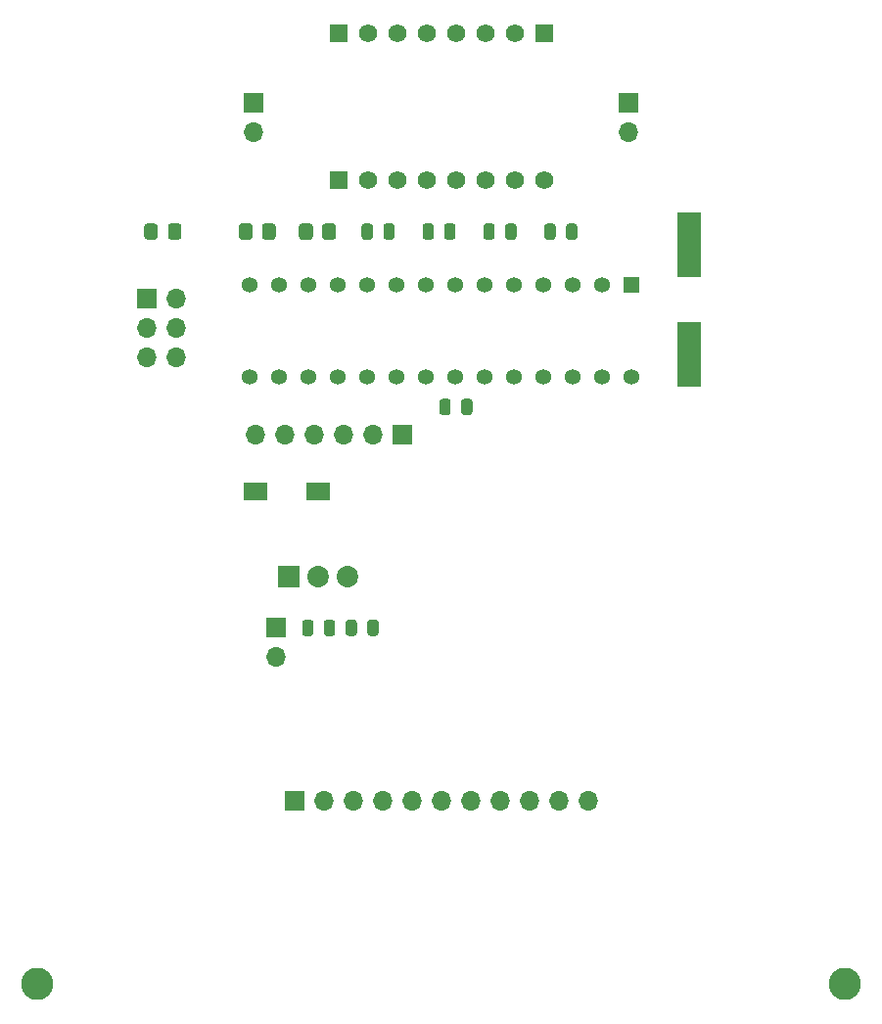
<source format=gts>
G04 #@! TF.GenerationSoftware,KiCad,Pcbnew,(5.1.6)-1*
G04 #@! TF.CreationDate,2022-02-26T01:51:55-08:00*
G04 #@! TF.ProjectId,seguilineas_actualizado,73656775-696c-4696-9e65-61735f616374,rev?*
G04 #@! TF.SameCoordinates,Original*
G04 #@! TF.FileFunction,Soldermask,Top*
G04 #@! TF.FilePolarity,Negative*
%FSLAX46Y46*%
G04 Gerber Fmt 4.6, Leading zero omitted, Abs format (unit mm)*
G04 Created by KiCad (PCBNEW (5.1.6)-1) date 2022-02-26 01:51:55*
%MOMM*%
%LPD*%
G01*
G04 APERTURE LIST*
%ADD10C,2.800000*%
%ADD11O,1.700000X1.700000*%
%ADD12R,1.700000X1.700000*%
%ADD13C,1.358000*%
%ADD14R,1.358000X1.358000*%
%ADD15R,2.000000X1.600000*%
%ADD16R,2.100000X5.600000*%
%ADD17C,1.560000*%
%ADD18R,1.560000X1.560000*%
%ADD19R,1.860000X1.860000*%
%ADD20C,1.860000*%
G04 APERTURE END LIST*
D10*
X167465000Y-126990000D03*
X237315000Y-126990000D03*
D11*
X215100000Y-111180000D03*
X212560000Y-111180000D03*
X210020000Y-111180000D03*
X207480000Y-111180000D03*
X204940000Y-111180000D03*
X202400000Y-111180000D03*
X199860000Y-111180000D03*
X197320000Y-111180000D03*
X194780000Y-111180000D03*
X192240000Y-111180000D03*
D12*
X189700000Y-111180000D03*
D11*
X186380000Y-79490000D03*
X188920000Y-79490000D03*
X191460000Y-79490000D03*
X194000000Y-79490000D03*
X196540000Y-79490000D03*
D12*
X199080000Y-79490000D03*
G36*
G01*
X178785000Y-62420001D02*
X178785000Y-61519999D01*
G75*
G02*
X179034999Y-61270000I249999J0D01*
G01*
X179685001Y-61270000D01*
G75*
G02*
X179935000Y-61519999I0J-249999D01*
G01*
X179935000Y-62420001D01*
G75*
G02*
X179685001Y-62670000I-249999J0D01*
G01*
X179034999Y-62670000D01*
G75*
G02*
X178785000Y-62420001I0J249999D01*
G01*
G37*
G36*
G01*
X176735000Y-62420001D02*
X176735000Y-61519999D01*
G75*
G02*
X176984999Y-61270000I249999J0D01*
G01*
X177635001Y-61270000D01*
G75*
G02*
X177885000Y-61519999I0J-249999D01*
G01*
X177885000Y-62420001D01*
G75*
G02*
X177635001Y-62670000I-249999J0D01*
G01*
X176984999Y-62670000D01*
G75*
G02*
X176735000Y-62420001I0J249999D01*
G01*
G37*
D13*
X218840000Y-74520000D03*
X216300000Y-74520000D03*
X213760000Y-74520000D03*
X211220000Y-74520000D03*
X208680000Y-74520000D03*
X206140000Y-74520000D03*
X203600000Y-74520000D03*
X201060000Y-74520000D03*
X198520000Y-74520000D03*
X195980000Y-74520000D03*
X193440000Y-74520000D03*
X190900000Y-74520000D03*
X188360000Y-74520000D03*
X185820000Y-74520000D03*
X185820000Y-66600000D03*
X188360000Y-66600000D03*
X190900000Y-66600000D03*
X193440000Y-66600000D03*
X195980000Y-66600000D03*
X198520000Y-66600000D03*
X208680000Y-66600000D03*
X206140000Y-66600000D03*
X211220000Y-66600000D03*
X213760000Y-66600000D03*
X201060000Y-66600000D03*
X203600000Y-66600000D03*
X216300000Y-66600000D03*
D14*
X218840000Y-66600000D03*
D15*
X186385000Y-84420000D03*
X191785000Y-84420000D03*
G36*
G01*
X191309583Y-61519999D02*
X191309583Y-62420001D01*
G75*
G02*
X191059584Y-62670000I-249999J0D01*
G01*
X190359582Y-62670000D01*
G75*
G02*
X190109583Y-62420001I0J249999D01*
G01*
X190109583Y-61519999D01*
G75*
G02*
X190359582Y-61270000I249999J0D01*
G01*
X191059584Y-61270000D01*
G75*
G02*
X191309583Y-61519999I0J-249999D01*
G01*
G37*
G36*
G01*
X193309583Y-61519999D02*
X193309583Y-62420001D01*
G75*
G02*
X193059584Y-62670000I-249999J0D01*
G01*
X192359582Y-62670000D01*
G75*
G02*
X192109583Y-62420001I0J249999D01*
G01*
X192109583Y-61519999D01*
G75*
G02*
X192359582Y-61270000I249999J0D01*
G01*
X193059584Y-61270000D01*
G75*
G02*
X193309583Y-61519999I0J-249999D01*
G01*
G37*
D11*
X179510000Y-72840000D03*
X176970000Y-72840000D03*
X179510000Y-70300000D03*
X176970000Y-70300000D03*
X179510000Y-67760000D03*
D12*
X176970000Y-67760000D03*
D16*
X223835000Y-72605000D03*
X223835000Y-63105000D03*
G36*
G01*
X186900000Y-62420001D02*
X186900000Y-61519999D01*
G75*
G02*
X187149999Y-61270000I249999J0D01*
G01*
X187850001Y-61270000D01*
G75*
G02*
X188100000Y-61519999I0J-249999D01*
G01*
X188100000Y-62420001D01*
G75*
G02*
X187850001Y-62670000I-249999J0D01*
G01*
X187149999Y-62670000D01*
G75*
G02*
X186900000Y-62420001I0J249999D01*
G01*
G37*
G36*
G01*
X184900000Y-62420001D02*
X184900000Y-61519999D01*
G75*
G02*
X185149999Y-61270000I249999J0D01*
G01*
X185850001Y-61270000D01*
G75*
G02*
X186100000Y-61519999I0J-249999D01*
G01*
X186100000Y-62420001D01*
G75*
G02*
X185850001Y-62670000I-249999J0D01*
G01*
X185149999Y-62670000D01*
G75*
G02*
X184900000Y-62420001I0J249999D01*
G01*
G37*
D17*
X211290000Y-57550000D03*
X208750000Y-57550000D03*
X206210000Y-57550000D03*
X203670000Y-57550000D03*
X201130000Y-57550000D03*
X198590000Y-57550000D03*
X196050000Y-57550000D03*
D18*
X193510000Y-57550000D03*
X193510000Y-44850000D03*
D17*
X196050000Y-44850000D03*
X198590000Y-44850000D03*
X201130000Y-44850000D03*
X203670000Y-44850000D03*
X206210000Y-44850000D03*
X208750000Y-44850000D03*
D18*
X211290000Y-44850000D03*
D12*
X188090000Y-96180000D03*
D11*
X188090000Y-98720000D03*
D12*
X218640000Y-50800000D03*
D11*
X218640000Y-53340000D03*
X186160000Y-53380000D03*
D12*
X186160000Y-50840000D03*
G36*
G01*
X204130000Y-77586250D02*
X204130000Y-76673750D01*
G75*
G02*
X204373750Y-76430000I243750J0D01*
G01*
X204861250Y-76430000D01*
G75*
G02*
X205105000Y-76673750I0J-243750D01*
G01*
X205105000Y-77586250D01*
G75*
G02*
X204861250Y-77830000I-243750J0D01*
G01*
X204373750Y-77830000D01*
G75*
G02*
X204130000Y-77586250I0J243750D01*
G01*
G37*
G36*
G01*
X202255000Y-77586250D02*
X202255000Y-76673750D01*
G75*
G02*
X202498750Y-76430000I243750J0D01*
G01*
X202986250Y-76430000D01*
G75*
G02*
X203230000Y-76673750I0J-243750D01*
G01*
X203230000Y-77586250D01*
G75*
G02*
X202986250Y-77830000I-243750J0D01*
G01*
X202498750Y-77830000D01*
G75*
G02*
X202255000Y-77586250I0J243750D01*
G01*
G37*
G36*
G01*
X214182915Y-61513750D02*
X214182915Y-62426250D01*
G75*
G02*
X213939165Y-62670000I-243750J0D01*
G01*
X213451665Y-62670000D01*
G75*
G02*
X213207915Y-62426250I0J243750D01*
G01*
X213207915Y-61513750D01*
G75*
G02*
X213451665Y-61270000I243750J0D01*
G01*
X213939165Y-61270000D01*
G75*
G02*
X214182915Y-61513750I0J-243750D01*
G01*
G37*
G36*
G01*
X212307915Y-61513750D02*
X212307915Y-62426250D01*
G75*
G02*
X212064165Y-62670000I-243750J0D01*
G01*
X211576665Y-62670000D01*
G75*
G02*
X211332915Y-62426250I0J243750D01*
G01*
X211332915Y-61513750D01*
G75*
G02*
X211576665Y-61270000I243750J0D01*
G01*
X212064165Y-61270000D01*
G75*
G02*
X212307915Y-61513750I0J-243750D01*
G01*
G37*
G36*
G01*
X207038332Y-61513750D02*
X207038332Y-62426250D01*
G75*
G02*
X206794582Y-62670000I-243750J0D01*
G01*
X206307082Y-62670000D01*
G75*
G02*
X206063332Y-62426250I0J243750D01*
G01*
X206063332Y-61513750D01*
G75*
G02*
X206307082Y-61270000I243750J0D01*
G01*
X206794582Y-61270000D01*
G75*
G02*
X207038332Y-61513750I0J-243750D01*
G01*
G37*
G36*
G01*
X208913332Y-61513750D02*
X208913332Y-62426250D01*
G75*
G02*
X208669582Y-62670000I-243750J0D01*
G01*
X208182082Y-62670000D01*
G75*
G02*
X207938332Y-62426250I0J243750D01*
G01*
X207938332Y-61513750D01*
G75*
G02*
X208182082Y-61270000I243750J0D01*
G01*
X208669582Y-61270000D01*
G75*
G02*
X208913332Y-61513750I0J-243750D01*
G01*
G37*
G36*
G01*
X203643749Y-61513750D02*
X203643749Y-62426250D01*
G75*
G02*
X203399999Y-62670000I-243750J0D01*
G01*
X202912499Y-62670000D01*
G75*
G02*
X202668749Y-62426250I0J243750D01*
G01*
X202668749Y-61513750D01*
G75*
G02*
X202912499Y-61270000I243750J0D01*
G01*
X203399999Y-61270000D01*
G75*
G02*
X203643749Y-61513750I0J-243750D01*
G01*
G37*
G36*
G01*
X201768749Y-61513750D02*
X201768749Y-62426250D01*
G75*
G02*
X201524999Y-62670000I-243750J0D01*
G01*
X201037499Y-62670000D01*
G75*
G02*
X200793749Y-62426250I0J243750D01*
G01*
X200793749Y-61513750D01*
G75*
G02*
X201037499Y-61270000I243750J0D01*
G01*
X201524999Y-61270000D01*
G75*
G02*
X201768749Y-61513750I0J-243750D01*
G01*
G37*
G36*
G01*
X196499166Y-61513750D02*
X196499166Y-62426250D01*
G75*
G02*
X196255416Y-62670000I-243750J0D01*
G01*
X195767916Y-62670000D01*
G75*
G02*
X195524166Y-62426250I0J243750D01*
G01*
X195524166Y-61513750D01*
G75*
G02*
X195767916Y-61270000I243750J0D01*
G01*
X196255416Y-61270000D01*
G75*
G02*
X196499166Y-61513750I0J-243750D01*
G01*
G37*
G36*
G01*
X198374166Y-61513750D02*
X198374166Y-62426250D01*
G75*
G02*
X198130416Y-62670000I-243750J0D01*
G01*
X197642916Y-62670000D01*
G75*
G02*
X197399166Y-62426250I0J243750D01*
G01*
X197399166Y-61513750D01*
G75*
G02*
X197642916Y-61270000I243750J0D01*
G01*
X198130416Y-61270000D01*
G75*
G02*
X198374166Y-61513750I0J-243750D01*
G01*
G37*
G36*
G01*
X190385000Y-96696250D02*
X190385000Y-95783750D01*
G75*
G02*
X190628750Y-95540000I243750J0D01*
G01*
X191116250Y-95540000D01*
G75*
G02*
X191360000Y-95783750I0J-243750D01*
G01*
X191360000Y-96696250D01*
G75*
G02*
X191116250Y-96940000I-243750J0D01*
G01*
X190628750Y-96940000D01*
G75*
G02*
X190385000Y-96696250I0J243750D01*
G01*
G37*
G36*
G01*
X192260000Y-96696250D02*
X192260000Y-95783750D01*
G75*
G02*
X192503750Y-95540000I243750J0D01*
G01*
X192991250Y-95540000D01*
G75*
G02*
X193235000Y-95783750I0J-243750D01*
G01*
X193235000Y-96696250D01*
G75*
G02*
X192991250Y-96940000I-243750J0D01*
G01*
X192503750Y-96940000D01*
G75*
G02*
X192260000Y-96696250I0J243750D01*
G01*
G37*
G36*
G01*
X196995000Y-95783750D02*
X196995000Y-96696250D01*
G75*
G02*
X196751250Y-96940000I-243750J0D01*
G01*
X196263750Y-96940000D01*
G75*
G02*
X196020000Y-96696250I0J243750D01*
G01*
X196020000Y-95783750D01*
G75*
G02*
X196263750Y-95540000I243750J0D01*
G01*
X196751250Y-95540000D01*
G75*
G02*
X196995000Y-95783750I0J-243750D01*
G01*
G37*
G36*
G01*
X195120000Y-95783750D02*
X195120000Y-96696250D01*
G75*
G02*
X194876250Y-96940000I-243750J0D01*
G01*
X194388750Y-96940000D01*
G75*
G02*
X194145000Y-96696250I0J243750D01*
G01*
X194145000Y-95783750D01*
G75*
G02*
X194388750Y-95540000I243750J0D01*
G01*
X194876250Y-95540000D01*
G75*
G02*
X195120000Y-95783750I0J-243750D01*
G01*
G37*
D19*
X189250000Y-91820000D03*
D20*
X191790000Y-91820000D03*
X194330000Y-91820000D03*
M02*

</source>
